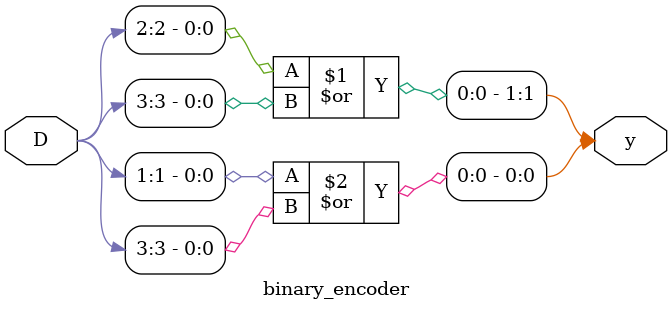
<source format=v>
module binary_encoder(
  input [3:0] D,
  output [1:0] y); 
  assign y[1] = D[2] | D[3] ;
  assign y[0] = D[1] | D[3] ;
endmodule

</source>
